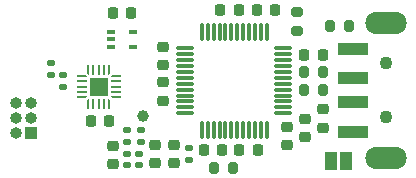
<source format=gbr>
%TF.GenerationSoftware,KiCad,Pcbnew,7.0.6*%
%TF.CreationDate,2023-08-02T13:54:48-07:00*%
%TF.ProjectId,ovrdrive,6f767264-7269-4766-952e-6b696361645f,rev?*%
%TF.SameCoordinates,Original*%
%TF.FileFunction,Soldermask,Top*%
%TF.FilePolarity,Negative*%
%FSLAX46Y46*%
G04 Gerber Fmt 4.6, Leading zero omitted, Abs format (unit mm)*
G04 Created by KiCad (PCBNEW 7.0.6) date 2023-08-02 13:54:48*
%MOMM*%
%LPD*%
G01*
G04 APERTURE LIST*
G04 Aperture macros list*
%AMRoundRect*
0 Rectangle with rounded corners*
0 $1 Rounding radius*
0 $2 $3 $4 $5 $6 $7 $8 $9 X,Y pos of 4 corners*
0 Add a 4 corners polygon primitive as box body*
4,1,4,$2,$3,$4,$5,$6,$7,$8,$9,$2,$3,0*
0 Add four circle primitives for the rounded corners*
1,1,$1+$1,$2,$3*
1,1,$1+$1,$4,$5*
1,1,$1+$1,$6,$7*
1,1,$1+$1,$8,$9*
0 Add four rect primitives between the rounded corners*
20,1,$1+$1,$2,$3,$4,$5,0*
20,1,$1+$1,$4,$5,$6,$7,0*
20,1,$1+$1,$6,$7,$8,$9,0*
20,1,$1+$1,$8,$9,$2,$3,0*%
%AMFreePoly0*
4,1,14,0.289644,0.110355,0.410355,-0.010356,0.425000,-0.045711,0.425000,-0.075000,0.410355,-0.110355,0.375000,-0.125000,-0.375000,-0.125000,-0.410355,-0.110355,-0.425000,-0.075000,-0.425000,0.075000,-0.410355,0.110355,-0.375000,0.125000,0.254289,0.125000,0.289644,0.110355,0.289644,0.110355,$1*%
%AMFreePoly1*
4,1,14,0.410355,0.110355,0.425000,0.075000,0.425000,0.045711,0.410355,0.010356,0.289644,-0.110355,0.254289,-0.125000,-0.375000,-0.125000,-0.410355,-0.110355,-0.425000,-0.075000,-0.425000,0.075000,-0.410355,0.110355,-0.375000,0.125000,0.375000,0.125000,0.410355,0.110355,0.410355,0.110355,$1*%
%AMFreePoly2*
4,1,14,0.110355,0.410355,0.125000,0.375000,0.125000,-0.375000,0.110355,-0.410355,0.075000,-0.425000,-0.075000,-0.425000,-0.110355,-0.410355,-0.125000,-0.375000,-0.125000,0.254289,-0.110355,0.289644,0.010356,0.410355,0.045711,0.425000,0.075000,0.425000,0.110355,0.410355,0.110355,0.410355,$1*%
%AMFreePoly3*
4,1,14,-0.010356,0.410355,0.110355,0.289644,0.125000,0.254289,0.125000,-0.375000,0.110355,-0.410355,0.075000,-0.425000,-0.075000,-0.425000,-0.110355,-0.410355,-0.125000,-0.375000,-0.125000,0.375000,-0.110355,0.410355,-0.075000,0.425000,-0.045711,0.425000,-0.010356,0.410355,-0.010356,0.410355,$1*%
%AMFreePoly4*
4,1,14,0.410355,0.110355,0.425000,0.075000,0.425000,-0.075000,0.410355,-0.110355,0.375000,-0.125000,-0.254289,-0.125000,-0.289644,-0.110355,-0.410355,0.010356,-0.425000,0.045711,-0.425000,0.075000,-0.410355,0.110355,-0.375000,0.125000,0.375000,0.125000,0.410355,0.110355,0.410355,0.110355,$1*%
%AMFreePoly5*
4,1,14,0.410355,0.110355,0.425000,0.075000,0.425000,-0.075000,0.410355,-0.110355,0.375000,-0.125000,-0.375000,-0.125000,-0.410355,-0.110355,-0.425000,-0.075000,-0.425000,-0.045711,-0.410355,-0.010356,-0.289644,0.110355,-0.254289,0.125000,0.375000,0.125000,0.410355,0.110355,0.410355,0.110355,$1*%
%AMFreePoly6*
4,1,14,0.110355,0.410355,0.125000,0.375000,0.125000,-0.254289,0.110355,-0.289644,-0.010356,-0.410355,-0.045711,-0.425000,-0.075000,-0.425000,-0.110355,-0.410355,-0.125000,-0.375000,-0.125000,0.375000,-0.110355,0.410355,-0.075000,0.425000,0.075000,0.425000,0.110355,0.410355,0.110355,0.410355,$1*%
%AMFreePoly7*
4,1,14,0.110355,0.410355,0.125000,0.375000,0.125000,-0.375000,0.110355,-0.410355,0.075000,-0.425000,0.045711,-0.425000,0.010356,-0.410355,-0.110355,-0.289644,-0.125000,-0.254289,-0.125000,0.375000,-0.110355,0.410355,-0.075000,0.425000,0.075000,0.425000,0.110355,0.410355,0.110355,0.410355,$1*%
G04 Aperture macros list end*
%ADD10RoundRect,0.218750X0.256250X-0.218750X0.256250X0.218750X-0.256250X0.218750X-0.256250X-0.218750X0*%
%ADD11RoundRect,0.225000X0.225000X0.250000X-0.225000X0.250000X-0.225000X-0.250000X0.225000X-0.250000X0*%
%ADD12RoundRect,0.147500X0.172500X-0.147500X0.172500X0.147500X-0.172500X0.147500X-0.172500X-0.147500X0*%
%ADD13RoundRect,0.225000X-0.225000X-0.250000X0.225000X-0.250000X0.225000X0.250000X-0.225000X0.250000X0*%
%ADD14RoundRect,0.200000X0.200000X0.275000X-0.200000X0.275000X-0.200000X-0.275000X0.200000X-0.275000X0*%
%ADD15RoundRect,0.225000X-0.250000X0.225000X-0.250000X-0.225000X0.250000X-0.225000X0.250000X0.225000X0*%
%ADD16RoundRect,0.135000X-0.185000X0.135000X-0.185000X-0.135000X0.185000X-0.135000X0.185000X0.135000X0*%
%ADD17C,1.100000*%
%ADD18R,2.500000X1.100000*%
%ADD19O,3.500000X1.900000*%
%ADD20R,0.650000X0.400000*%
%ADD21R,1.000000X1.000000*%
%ADD22O,1.000000X1.000000*%
%ADD23RoundRect,0.225000X0.250000X-0.225000X0.250000X0.225000X-0.250000X0.225000X-0.250000X-0.225000X0*%
%ADD24C,1.000000*%
%ADD25R,1.000000X1.500000*%
%ADD26RoundRect,0.200000X-0.275000X0.200000X-0.275000X-0.200000X0.275000X-0.200000X0.275000X0.200000X0*%
%ADD27RoundRect,0.135000X0.185000X-0.135000X0.185000X0.135000X-0.185000X0.135000X-0.185000X-0.135000X0*%
%ADD28FreePoly0,0.000000*%
%ADD29RoundRect,0.062500X-0.362500X-0.062500X0.362500X-0.062500X0.362500X0.062500X-0.362500X0.062500X0*%
%ADD30FreePoly1,0.000000*%
%ADD31FreePoly2,0.000000*%
%ADD32RoundRect,0.062500X-0.062500X-0.362500X0.062500X-0.362500X0.062500X0.362500X-0.062500X0.362500X0*%
%ADD33FreePoly3,0.000000*%
%ADD34FreePoly4,0.000000*%
%ADD35FreePoly5,0.000000*%
%ADD36FreePoly6,0.000000*%
%ADD37FreePoly7,0.000000*%
%ADD38R,1.600000X1.600000*%
%ADD39RoundRect,0.075000X-0.075000X0.662500X-0.075000X-0.662500X0.075000X-0.662500X0.075000X0.662500X0*%
%ADD40RoundRect,0.075000X-0.662500X0.075000X-0.662500X-0.075000X0.662500X-0.075000X0.662500X0.075000X0*%
G04 APERTURE END LIST*
D10*
%TO.C,D1*%
X124200000Y-108812500D03*
X124200000Y-110387500D03*
%TD*%
D11*
%TO.C,C17*%
X129675000Y-97400000D03*
X128125000Y-97400000D03*
%TD*%
D12*
%TO.C,D3*%
X121200000Y-109605000D03*
X121200000Y-110575000D03*
%TD*%
D13*
%TO.C,C7*%
X131225000Y-97400000D03*
X132775000Y-97400000D03*
%TD*%
D11*
%TO.C,C18*%
X120575000Y-97700000D03*
X119025000Y-97700000D03*
%TD*%
D14*
%TO.C,R4*%
X136825000Y-102700000D03*
X135175000Y-102700000D03*
%TD*%
%TO.C,R5*%
X139050000Y-98800000D03*
X137400000Y-98800000D03*
%TD*%
D15*
%TO.C,C6*%
X135300000Y-106625000D03*
X135300000Y-108175000D03*
%TD*%
D16*
%TO.C,R7*%
X114800000Y-102890000D03*
X114800000Y-103910000D03*
%TD*%
D17*
%TO.C,J1*%
X142100000Y-101900000D03*
X142100000Y-106500000D03*
D18*
X139350000Y-100700000D03*
X139350000Y-103200000D03*
X139350000Y-105200000D03*
X139350000Y-107700000D03*
D19*
X142100000Y-98500000D03*
X142100000Y-109900000D03*
%TD*%
D15*
%TO.C,C10*%
X123300000Y-105075000D03*
X123300000Y-103525000D03*
%TD*%
D20*
%TO.C,U4*%
X118850000Y-99250000D03*
X118850000Y-99900000D03*
X118850000Y-100550000D03*
X120750000Y-100550000D03*
X120750000Y-99250000D03*
%TD*%
D21*
%TO.C,J3*%
X112070000Y-107800000D03*
D22*
X110800000Y-107800000D03*
X112070000Y-106530000D03*
X110800000Y-106530000D03*
X112070000Y-105260000D03*
X110800000Y-105260000D03*
%TD*%
D11*
%TO.C,C8*%
X126725000Y-109300000D03*
X128275000Y-109300000D03*
%TD*%
D23*
%TO.C,C3*%
X119000000Y-108915000D03*
X119000000Y-110465000D03*
%TD*%
D24*
%TO.C,TP2*%
X121600000Y-106400000D03*
%TD*%
D12*
%TO.C,D2*%
X120200000Y-110575000D03*
X120200000Y-109605000D03*
%TD*%
D15*
%TO.C,C9*%
X136800000Y-105825000D03*
X136800000Y-107375000D03*
%TD*%
D25*
%TO.C,JP2*%
X138750000Y-110200000D03*
X137450000Y-110200000D03*
%TD*%
D16*
%TO.C,R9*%
X125500000Y-110110000D03*
X125500000Y-109090000D03*
%TD*%
D14*
%TO.C,R3*%
X136825000Y-104200000D03*
X135175000Y-104200000D03*
%TD*%
D26*
%TO.C,R10*%
X134600000Y-97575000D03*
X134600000Y-99225000D03*
%TD*%
D23*
%TO.C,C14*%
X122600000Y-110375000D03*
X122600000Y-108825000D03*
%TD*%
D11*
%TO.C,C4*%
X117150000Y-106800000D03*
X118700000Y-106800000D03*
%TD*%
D13*
%TO.C,C12*%
X129725000Y-109300000D03*
X131275000Y-109300000D03*
%TD*%
D27*
%TO.C,R1*%
X120200000Y-108600000D03*
X120200000Y-107580000D03*
%TD*%
%TO.C,R2*%
X121400000Y-108600000D03*
X121400000Y-107580000D03*
%TD*%
D28*
%TO.C,U3*%
X116375000Y-103000000D03*
D29*
X116375000Y-103450000D03*
X116375000Y-103900000D03*
X116375000Y-104350000D03*
D30*
X116375000Y-104800000D03*
D31*
X116925000Y-105350000D03*
D32*
X117375000Y-105350000D03*
X117825000Y-105350000D03*
X118275000Y-105350000D03*
D33*
X118725000Y-105350000D03*
D34*
X119275000Y-104800000D03*
D29*
X119275000Y-104350000D03*
X119275000Y-103900000D03*
X119275000Y-103450000D03*
D35*
X119275000Y-103000000D03*
D36*
X118725000Y-102450000D03*
D32*
X118275000Y-102450000D03*
X117825000Y-102450000D03*
X117375000Y-102450000D03*
D37*
X116925000Y-102450000D03*
D38*
X117825000Y-103900000D03*
%TD*%
D15*
%TO.C,C5*%
X133800000Y-107325000D03*
X133800000Y-108875000D03*
%TD*%
D23*
%TO.C,C11*%
X123300000Y-102075000D03*
X123300000Y-100525000D03*
%TD*%
D13*
%TO.C,C13*%
X135225000Y-101200000D03*
X136775000Y-101200000D03*
%TD*%
D14*
%TO.C,R6*%
X129225000Y-110800000D03*
X127575000Y-110800000D03*
%TD*%
D16*
%TO.C,R8*%
X113800000Y-101890000D03*
X113800000Y-102910000D03*
%TD*%
D39*
%TO.C,U1*%
X132050000Y-99237500D03*
X131550000Y-99237500D03*
X131050000Y-99237500D03*
X130550000Y-99237500D03*
X130050000Y-99237500D03*
X129550000Y-99237500D03*
X129050000Y-99237500D03*
X128550000Y-99237500D03*
X128050000Y-99237500D03*
X127550000Y-99237500D03*
X127050000Y-99237500D03*
X126550000Y-99237500D03*
D40*
X125137500Y-100650000D03*
X125137500Y-101150000D03*
X125137500Y-101650000D03*
X125137500Y-102150000D03*
X125137500Y-102650000D03*
X125137500Y-103150000D03*
X125137500Y-103650000D03*
X125137500Y-104150000D03*
X125137500Y-104650000D03*
X125137500Y-105150000D03*
X125137500Y-105650000D03*
X125137500Y-106150000D03*
D39*
X126550000Y-107562500D03*
X127050000Y-107562500D03*
X127550000Y-107562500D03*
X128050000Y-107562500D03*
X128550000Y-107562500D03*
X129050000Y-107562500D03*
X129550000Y-107562500D03*
X130050000Y-107562500D03*
X130550000Y-107562500D03*
X131050000Y-107562500D03*
X131550000Y-107562500D03*
X132050000Y-107562500D03*
D40*
X133462500Y-106150000D03*
X133462500Y-105650000D03*
X133462500Y-105150000D03*
X133462500Y-104650000D03*
X133462500Y-104150000D03*
X133462500Y-103650000D03*
X133462500Y-103150000D03*
X133462500Y-102650000D03*
X133462500Y-102150000D03*
X133462500Y-101650000D03*
X133462500Y-101150000D03*
X133462500Y-100650000D03*
%TD*%
M02*

</source>
